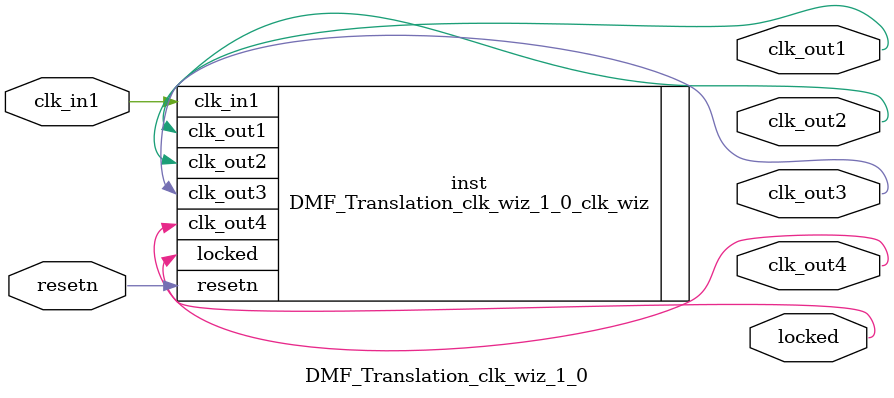
<source format=v>


`timescale 1ps/1ps

(* CORE_GENERATION_INFO = "DMF_Translation_clk_wiz_1_0,clk_wiz_v6_0_3_0_0,{component_name=DMF_Translation_clk_wiz_1_0,use_phase_alignment=true,use_min_o_jitter=false,use_max_i_jitter=false,use_dyn_phase_shift=false,use_inclk_switchover=false,use_dyn_reconfig=false,enable_axi=0,feedback_source=FDBK_AUTO,PRIMITIVE=MMCM,num_out_clk=4,clkin1_period=10.000,clkin2_period=10.000,use_power_down=false,use_reset=true,use_locked=true,use_inclk_stopped=false,feedback_type=SINGLE,CLOCK_MGR_TYPE=NA,manual_override=false}" *)

module DMF_Translation_clk_wiz_1_0 
 (
  // Clock out ports
  output        clk_out1,
  output        clk_out2,
  output        clk_out3,
  output        clk_out4,
  // Status and control signals
  input         resetn,
  output        locked,
 // Clock in ports
  input         clk_in1
 );

  DMF_Translation_clk_wiz_1_0_clk_wiz inst
  (
  // Clock out ports  
  .clk_out1(clk_out1),
  .clk_out2(clk_out2),
  .clk_out3(clk_out3),
  .clk_out4(clk_out4),
  // Status and control signals               
  .resetn(resetn), 
  .locked(locked),
 // Clock in ports
  .clk_in1(clk_in1)
  );

endmodule

</source>
